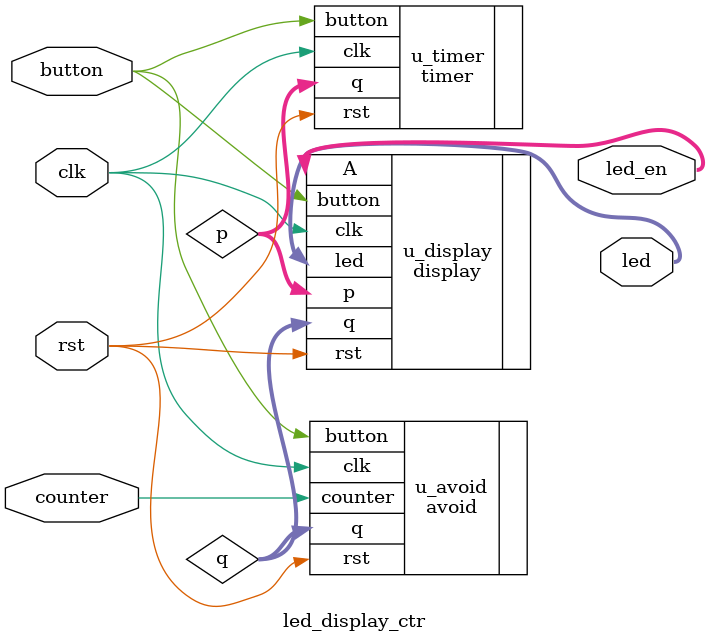
<source format=v>
module led_display_ctr(
    input wire rst,button,counter,clk,
    output wire [6:0] led,
    output wire [7:0] led_en
    );

wire[7:0]q;
wire[7:0]p;

timer u_timer(.clk(clk),.rst(rst),.button(button),.q(p));
avoid u_avoid(.counter(counter),.clk(clk),.button(button),.rst(rst),.q(q));
display u_display(.rst(rst),.button(button),.clk(clk),.q(q),.p(p),.A(led_en),.led(led));

endmodule

</source>
